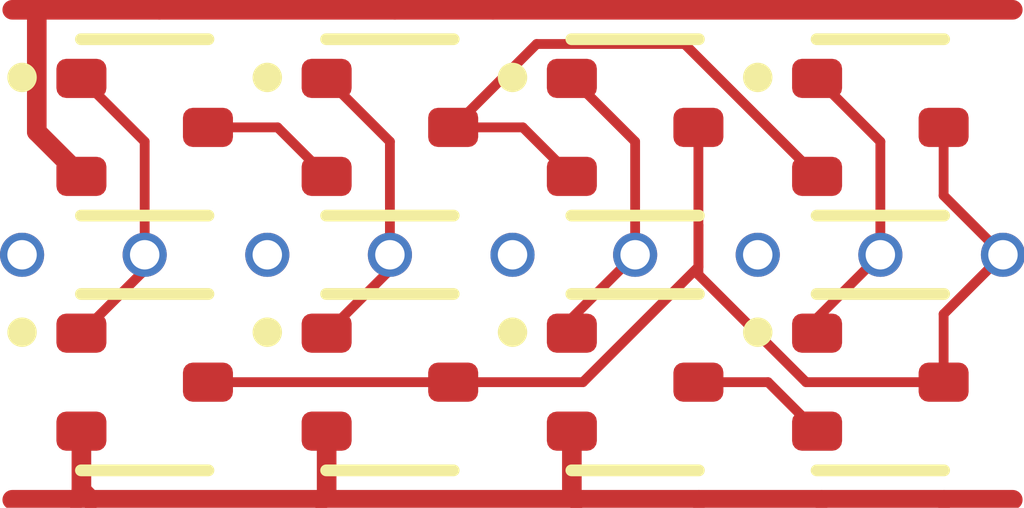
<source format=kicad_pcb>
(kicad_pcb (version 20241229) (generator "pcbnew") (generator_version "9.0")
  (layers (0 "F.Cu" signal) (2 "B.Cu" signal) (13 "F.Paste" user) (15 "B.Paste" user) (5 "F.SilkS" user "F.Silkscreen") (7 "B.SilkS" user "B.Silkscreen") (1 "F.Mask" user) (3 "B.Mask" user) (25 "Edge.Cuts" user))
  (net 0 "")
  (net 1 "GND")
  (net 2 "Y")
  (net 3 "VDD")
  (net 4 "A")
  (net 5 "C1")
  (net 6 "C2")
  (net 7 "B")
  (net 8 "intNA")
  (net 9 "intNB")
  (net 10 "intC")
  (footprint "Package_TO_SOT_SMD:SOT-523" (layer "F.Cu") (at 1.25 3.8)
    (property "Reference" "P1" (hide yes))
    (property "Value" "" (hide yes))
    (fp_line (start 0.65 -0.9) (end -0.65 -0.9) (stroke (width 0.12)) (layer "F.SilkS"))
    (fp_line (start 0.65 0.9) (end -0.65 0.9) (stroke (width 0.12)) (layer "F.SilkS"))
    (fp_circle (center -1.25 -0.51) (end -1.1 -0.51) (fill yes) (layer "F.SilkS"))
    (pad "1" smd roundrect (at -0.645 -0.5 180) (size 0.51 0.4) (layers "F.Cu" "F.Mask" "F.Paste") (net 4 "A"))
    (pad "2" smd roundrect (at -0.645 0.5 180) (size 0.51 0.4) (layers "F.Cu" "F.Mask" "F.Paste") (net 3 "VDD"))
    (pad "3" smd roundrect (at 0.645 0 180) (size 0.51 0.4) (layers "F.Cu" "F.Mask" "F.Paste") (net 2 "Y"))
  )
  (footprint "Package_TO_SOT_SMD:SOT-523" (layer "F.Cu") (at 3.75 1.2)
    (property "Reference" "N2" (hide yes))
    (property "Value" "" (hide yes))
    (fp_line (start 0.65 -0.9) (end -0.65 -0.9) (stroke (width 0.12)) (layer "F.SilkS"))
    (fp_line (start 0.65 0.9) (end -0.65 0.9) (stroke (width 0.12)) (layer "F.SilkS"))
    (fp_circle (center -1.25 -0.51) (end -1.1 -0.51) (fill yes) (layer "F.SilkS"))
    (pad "1" smd roundrect (at -0.645 -0.5 180) (size 0.51 0.4) (layers "F.Cu" "F.Mask" "F.Paste") (net 7 "B"))
    (pad "2" smd roundrect (at -0.645 0.5 180) (size 0.51 0.4) (layers "F.Cu" "F.Mask" "F.Paste") (net 8 "intNA"))
    (pad "3" smd roundrect (at 0.645 0 180) (size 0.51 0.4) (layers "F.Cu" "F.Mask" "F.Paste") (net 9 "intNB"))
  )
  (footprint "Package_TO_SOT_SMD:SOT-523" (layer "F.Cu") (at 8.75 1.2)
    (property "Reference" "N4" (hide yes))
    (property "Value" "" (hide yes))
    (fp_line (start 0.65 -0.9) (end -0.65 -0.9) (stroke (width 0.12)) (layer "F.SilkS"))
    (fp_line (start 0.65 0.9) (end -0.65 0.9) (stroke (width 0.12)) (layer "F.SilkS"))
    (fp_circle (center -1.25 -0.51) (end -1.1 -0.51) (fill yes) (layer "F.SilkS"))
    (pad "1" smd roundrect (at -0.645 -0.5 180) (size 0.51 0.4) (layers "F.Cu" "F.Mask" "F.Paste") (net 6 "C2"))
    (pad "2" smd roundrect (at -0.645 0.5 180) (size 0.51 0.4) (layers "F.Cu" "F.Mask" "F.Paste") (net 9 "intNB"))
    (pad "3" smd roundrect (at 0.645 0 180) (size 0.51 0.4) (layers "F.Cu" "F.Mask" "F.Paste") (net 2 "Y"))
  )
  (footprint "Package_TO_SOT_SMD:SOT-523" (layer "F.Cu") (at 6.25 3.8)
    (property "Reference" "P3" (hide yes))
    (property "Value" "" (hide yes))
    (fp_line (start 0.65 -0.9) (end -0.65 -0.9) (stroke (width 0.12)) (layer "F.SilkS"))
    (fp_line (start 0.65 0.9) (end -0.65 0.9) (stroke (width 0.12)) (layer "F.SilkS"))
    (fp_circle (center -1.25 -0.51) (end -1.1 -0.51) (fill yes) (layer "F.SilkS"))
    (pad "1" smd roundrect (at -0.645 -0.5 180) (size 0.51 0.4) (layers "F.Cu" "F.Mask" "F.Paste") (net 5 "C1"))
    (pad "2" smd roundrect (at -0.645 0.5 180) (size 0.51 0.4) (layers "F.Cu" "F.Mask" "F.Paste") (net 3 "VDD"))
    (pad "3" smd roundrect (at 0.645 0 180) (size 0.51 0.4) (layers "F.Cu" "F.Mask" "F.Paste") (net 10 "intC"))
  )
  (footprint "Package_TO_SOT_SMD:SOT-523" (layer "F.Cu") (at 3.75 3.8)
    (property "Reference" "P2" (hide yes))
    (property "Value" "" (hide yes))
    (fp_line (start 0.65 -0.9) (end -0.65 -0.9) (stroke (width 0.12)) (layer "F.SilkS"))
    (fp_line (start 0.65 0.9) (end -0.65 0.9) (stroke (width 0.12)) (layer "F.SilkS"))
    (fp_circle (center -1.25 -0.51) (end -1.1 -0.51) (fill yes) (layer "F.SilkS"))
    (pad "1" smd roundrect (at -0.645 -0.5 180) (size 0.51 0.4) (layers "F.Cu" "F.Mask" "F.Paste") (net 7 "B"))
    (pad "2" smd roundrect (at -0.645 0.5 180) (size 0.51 0.4) (layers "F.Cu" "F.Mask" "F.Paste") (net 3 "VDD"))
    (pad "3" smd roundrect (at 0.645 0 180) (size 0.51 0.4) (layers "F.Cu" "F.Mask" "F.Paste") (net 2 "Y"))
  )
  (footprint "Package_TO_SOT_SMD:SOT-523" (layer "F.Cu") (at 8.75 3.8)
    (property "Reference" "P4" (hide yes))
    (property "Value" "" (hide yes))
    (fp_line (start 0.65 -0.9) (end -0.65 -0.9) (stroke (width 0.12)) (layer "F.SilkS"))
    (fp_line (start 0.65 0.9) (end -0.65 0.9) (stroke (width 0.12)) (layer "F.SilkS"))
    (fp_circle (center -1.25 -0.51) (end -1.1 -0.51) (fill yes) (layer "F.SilkS"))
    (pad "1" smd roundrect (at -0.645 -0.5 180) (size 0.51 0.4) (layers "F.Cu" "F.Mask" "F.Paste") (net 6 "C2"))
    (pad "2" smd roundrect (at -0.645 0.5 180) (size 0.51 0.4) (layers "F.Cu" "F.Mask" "F.Paste") (net 10 "intC"))
    (pad "3" smd roundrect (at 0.645 0 180) (size 0.51 0.4) (layers "F.Cu" "F.Mask" "F.Paste") (net 2 "Y"))
  )
  (footprint "Package_TO_SOT_SMD:SOT-523" (layer "F.Cu") (at 1.25 1.2)
    (property "Reference" "N1" (hide yes))
    (property "Value" "" (hide yes))
    (fp_line (start 0.65 -0.9) (end -0.65 -0.9) (stroke (width 0.12)) (layer "F.SilkS"))
    (fp_line (start 0.65 0.9) (end -0.65 0.9) (stroke (width 0.12)) (layer "F.SilkS"))
    (fp_circle (center -1.25 -0.51) (end -1.1 -0.51) (fill yes) (layer "F.SilkS"))
    (pad "1" smd roundrect (at -0.645 -0.5 180) (size 0.51 0.4) (layers "F.Cu" "F.Mask" "F.Paste") (net 4 "A"))
    (pad "2" smd roundrect (at -0.645 0.5 180) (size 0.51 0.4) (layers "F.Cu" "F.Mask" "F.Paste") (net 1 "GND"))
    (pad "3" smd roundrect (at 0.645 0 180) (size 0.51 0.4) (layers "F.Cu" "F.Mask" "F.Paste") (net 8 "intNA"))
  )
  (footprint "Package_TO_SOT_SMD:SOT-523" (layer "F.Cu") (at 6.25 1.2)
    (property "Reference" "N3" (hide yes))
    (property "Value" "" (hide yes))
    (fp_line (start 0.65 -0.9) (end -0.65 -0.9) (stroke (width 0.12)) (layer "F.SilkS"))
    (fp_line (start 0.65 0.9) (end -0.65 0.9) (stroke (width 0.12)) (layer "F.SilkS"))
    (fp_circle (center -1.25 -0.51) (end -1.1 -0.51) (fill yes) (layer "F.SilkS"))
    (pad "1" smd roundrect (at -0.645 -0.5 180) (size 0.51 0.4) (layers "F.Cu" "F.Mask" "F.Paste") (net 5 "C1"))
    (pad "2" smd roundrect (at -0.645 0.5 180) (size 0.51 0.4) (layers "F.Cu" "F.Mask" "F.Paste") (net 9 "intNB"))
    (pad "3" smd roundrect (at 0.645 0 180) (size 0.51 0.4) (layers "F.Cu" "F.Mask" "F.Paste") (net 2 "Y"))
  )
  (via (at 5 2.5) (size 0.45) (drill 0.3) (layers "F.Cu" "B.Cu") (net 0))
  (via (at 0 2.5) (size 0.45) (drill 0.3) (layers "F.Cu" "B.Cu") (net 0))
  (via (at 2.5 2.5) (size 0.45) (drill 0.3) (layers "F.Cu" "B.Cu") (net 0))
  (via (at 7.5 2.5) (size 0.45) (drill 0.3) (layers "F.Cu" "B.Cu") (net 0))
  (segment (start 0.15 0.05) (end 0.2 0) (width 0.2) (layer "F.Cu") (net 1))
  (segment (start 4.8 0) (end 10.1 0) (width 0.2) (layer "F.Cu") (net 1))
  (segment (start 0.605 1.7) (end 0.15 1.245) (width 0.2) (layer "F.Cu") (net 1))
  (segment (start 1.4 0) (end 3.8 0) (width 0.2) (layer "F.Cu") (net 1))
  (segment (start 3.8 0) (end 4.8 0) (width 0.2) (layer "F.Cu") (net 1))
  (segment (start -0.1 0) (end 0.2 0) (width 0.2) (layer "F.Cu") (net 1))
  (segment (start 0.2 0) (end 1.4 0) (width 0.2) (layer "F.Cu") (net 1))
  (segment (start 0.15 1.245) (end 0.15 0.05) (width 0.2) (layer "F.Cu") (net 1))
  (segment (start 9.395 1.2) (end 9.395 1.895) (width 0.1) (layer "F.Cu") (net 2))
  (segment (start 4.395 3.8) (end 5.717738 3.8) (width 0.1) (layer "F.Cu") (net 2))
  (segment (start 6.895 2.702738) (end 6.895 2.2) (width 0.1) (layer "F.Cu") (net 2))
  (segment (start 6.895 2.2) (end 6.895 1.2) (width 0.1) (layer "F.Cu") (net 2))
  (segment (start 10 2.5) (end 9.395 3.105) (width 0.1) (layer "F.Cu") (net 2))
  (segment (start 7.992262 3.8) (end 6.895 2.702738) (width 0.1) (layer "F.Cu") (net 2))
  (segment (start 4.395 3.8) (end 1.895 3.8) (width 0.1) (layer "F.Cu") (net 2))
  (segment (start 5.717738 3.8) (end 6.895 2.622738) (width 0.1) (layer "F.Cu") (net 2))
  (segment (start 9.395 3.105) (end 9.395 3.8) (width 0.1) (layer "F.Cu") (net 2))
  (segment (start 9.395 3.8) (end 7.992262 3.8) (width 0.1) (layer "F.Cu") (net 2))
  (segment (start 9.395 1.895) (end 10 2.5) (width 0.1) (layer "F.Cu") (net 2))
  (segment (start 6.895 2.622738) (end 6.895 2.2) (width 0.1) (layer "F.Cu") (net 2))
  (via (at 10 2.5) (size 0.45) (drill 0.3) (layers "F.Cu" "B.Cu") (net 2))
  (segment (start 8.15 5) (end 9.4 5) (width 0.2) (layer "F.Cu") (net 3))
  (segment (start 6.9 5) (end 8.15 5) (width 0.2) (layer "F.Cu") (net 3))
  (segment (start 3.05 5) (end 5.65 5) (width 0.2) (layer "F.Cu") (net 3))
  (segment (start 9.4 5) (end 10.1 5) (width 0.2) (layer "F.Cu") (net 3))
  (segment (start 3.105 4.945) (end 3.05 5) (width 0.2) (layer "F.Cu") (net 3))
  (segment (start 0.605 4.3) (end 0.605 4.905) (width 0.2) (layer "F.Cu") (net 3))
  (segment (start 0.55 5) (end 0.7 5) (width 0.2) (layer "F.Cu") (net 3))
  (segment (start 5.65 5) (end 6.9 5) (width 0.2) (layer "F.Cu") (net 3))
  (segment (start 3.105 4.3) (end 3.105 4.945) (width 0.2) (layer "F.Cu") (net 3))
  (segment (start 0.605 4.905) (end 0.7 5) (width 0.2) (layer "F.Cu") (net 3))
  (segment (start 5.605 4.955) (end 5.65 5) (width 0.2) (layer "F.Cu") (net 3))
  (segment (start -0.1 5) (end 0.55 5) (width 0.2) (layer "F.Cu") (net 3))
  (segment (start 0.7 5) (end 3.05 5) (width 0.2) (layer "F.Cu") (net 3))
  (segment (start 5.605 4.3) (end 5.605 4.955) (width 0.2) (layer "F.Cu") (net 3))
  (segment (start 0.605 0.7) (end 1.25 1.345) (width 0.1) (layer "F.Cu") (net 4))
  (segment (start 1.25 1.345) (end 1.25 2.5) (width 0.1) (layer "F.Cu") (net 4))
  (segment (start 1.25 2.655) (end 0.605 3.3) (width 0.1) (layer "F.Cu") (net 4))
  (segment (start 1.25 2.5) (end 1.25 2.655) (width 0.1) (layer "F.Cu") (net 4))
  (via (at 1.25 2.5) (size 0.45) (drill 0.3) (layers "F.Cu" "B.Cu") (net 4))
  (segment (start 5.605 0.7) (end 6.25 1.345) (width 0.1) (layer "F.Cu") (net 5))
  (segment (start 5.605 3.145) (end 5.605 3.3) (width 0.1) (layer "F.Cu") (net 5))
  (segment (start 6.25 1.345) (end 6.25 2.5) (width 0.1) (layer "F.Cu") (net 5))
  (segment (start 6.25 2.5) (end 5.605 3.145) (width 0.1) (layer "F.Cu") (net 5))
  (via (at 6.25 2.5) (size 0.45) (drill 0.3) (layers "F.Cu" "B.Cu") (net 5))
  (segment (start 8.105 3.145) (end 8.105 3.3) (width 0.1) (layer "F.Cu") (net 6))
  (segment (start 8.105 0.7) (end 8.75 1.345) (width 0.1) (layer "F.Cu") (net 6))
  (segment (start 8.75 2.5) (end 8.105 3.145) (width 0.1) (layer "F.Cu") (net 6))
  (segment (start 8.75 1.345) (end 8.75 2.5) (width 0.1) (layer "F.Cu") (net 6))
  (via (at 8.75 2.5) (size 0.45) (drill 0.3) (layers "F.Cu" "B.Cu") (net 6))
  (segment (start 3.75 2.655) (end 3.105 3.3) (width 0.1) (layer "F.Cu") (net 7))
  (segment (start 3.105 0.7) (end 3.75 1.345) (width 0.1) (layer "F.Cu") (net 7))
  (segment (start 3.75 2.5) (end 3.75 2.655) (width 0.1) (layer "F.Cu") (net 7))
  (segment (start 3.75 1.345) (end 3.75 2.5) (width 0.1) (layer "F.Cu") (net 7))
  (via (at 3.75 2.5) (size 0.45) (drill 0.3) (layers "F.Cu" "B.Cu") (net 7))
  (segment (start 2.605 1.2) (end 3.105 1.7) (width 0.1) (layer "F.Cu") (net 8))
  (segment (start 1.895 1.2) (end 2.605 1.2) (width 0.1) (layer "F.Cu") (net 8))
  (segment (start 4.395 1.2) (end 5.105 1.2) (width 0.1) (layer "F.Cu") (net 9))
  (segment (start 5.105 1.2) (end 5.605 1.7) (width 0.1) (layer "F.Cu") (net 9))
  (segment (start 6.754 0.349) (end 5.246 0.349) (width 0.1) (layer "F.Cu") (net 9))
  (segment (start 8.105 1.7) (end 6.754 0.349) (width 0.1) (layer "F.Cu") (net 9))
  (segment (start 5.246 0.349) (end 4.395 1.2) (width 0.1) (layer "F.Cu") (net 9))
  (segment (start 6.895 3.8) (end 7.605 3.8) (width 0.1) (layer "F.Cu") (net 10))
  (segment (start 7.605 3.8) (end 8.105 4.3) (width 0.1) (layer "F.Cu") (net 10))
)
</source>
